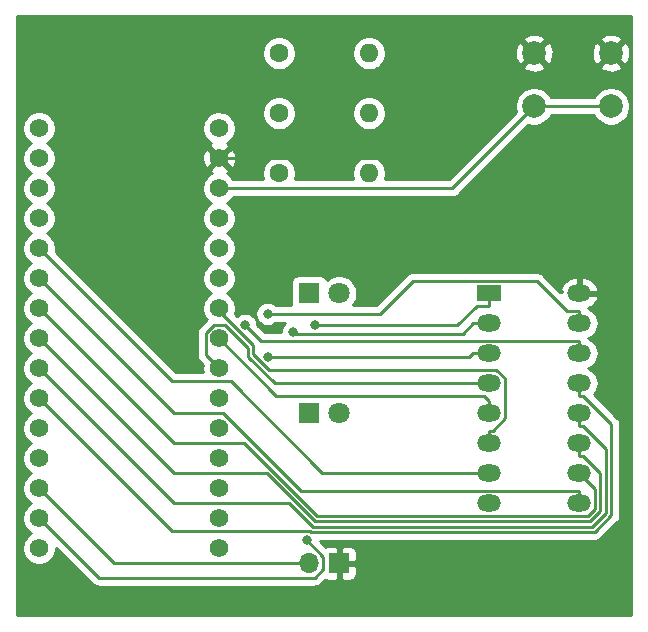
<source format=gbl>
G04 #@! TF.GenerationSoftware,KiCad,Pcbnew,5.1.6-c6e7f7d~87~ubuntu18.04.1*
G04 #@! TF.CreationDate,2020-08-20T21:19:03-03:00*
G04 #@! TF.ProjectId,dram-tester,6472616d-2d74-4657-9374-65722e6b6963,rev?*
G04 #@! TF.SameCoordinates,Original*
G04 #@! TF.FileFunction,Copper,L2,Bot*
G04 #@! TF.FilePolarity,Positive*
%FSLAX46Y46*%
G04 Gerber Fmt 4.6, Leading zero omitted, Abs format (unit mm)*
G04 Created by KiCad (PCBNEW 5.1.6-c6e7f7d~87~ubuntu18.04.1) date 2020-08-20 21:19:03*
%MOMM*%
%LPD*%
G01*
G04 APERTURE LIST*
G04 #@! TA.AperFunction,ComponentPad*
%ADD10C,2.000000*%
G04 #@! TD*
G04 #@! TA.AperFunction,ComponentPad*
%ADD11R,1.700000X1.700000*%
G04 #@! TD*
G04 #@! TA.AperFunction,ComponentPad*
%ADD12O,1.700000X1.700000*%
G04 #@! TD*
G04 #@! TA.AperFunction,ComponentPad*
%ADD13R,1.800000X1.800000*%
G04 #@! TD*
G04 #@! TA.AperFunction,ComponentPad*
%ADD14C,1.800000*%
G04 #@! TD*
G04 #@! TA.AperFunction,ComponentPad*
%ADD15C,1.600000*%
G04 #@! TD*
G04 #@! TA.AperFunction,ComponentPad*
%ADD16O,1.600000X1.600000*%
G04 #@! TD*
G04 #@! TA.AperFunction,ComponentPad*
%ADD17O,2.000000X1.440000*%
G04 #@! TD*
G04 #@! TA.AperFunction,ComponentPad*
%ADD18R,2.000000X1.440000*%
G04 #@! TD*
G04 #@! TA.AperFunction,ComponentPad*
%ADD19C,1.574800*%
G04 #@! TD*
G04 #@! TA.AperFunction,ViaPad*
%ADD20C,0.800000*%
G04 #@! TD*
G04 #@! TA.AperFunction,Conductor*
%ADD21C,0.250000*%
G04 #@! TD*
G04 #@! TA.AperFunction,Conductor*
%ADD22C,0.254000*%
G04 #@! TD*
G04 APERTURE END LIST*
D10*
G04 #@! TO.P,SW1,2*
G04 #@! TO.N,Net-(A1-Pad28)*
X171450000Y-43870000D03*
G04 #@! TO.P,SW1,1*
G04 #@! TO.N,Net-(A1-Pad29)*
X171450000Y-39370000D03*
G04 #@! TO.P,SW1,2*
G04 #@! TO.N,Net-(A1-Pad28)*
X177950000Y-43870000D03*
G04 #@! TO.P,SW1,1*
G04 #@! TO.N,Net-(A1-Pad29)*
X177950000Y-39370000D03*
G04 #@! TD*
D11*
G04 #@! TO.P,JP1,1*
G04 #@! TO.N,Net-(A1-Pad29)*
X154940000Y-82550000D03*
D12*
G04 #@! TO.P,JP1,2*
G04 #@! TO.N,Net-(A1-Pad13)*
X152400000Y-82550000D03*
G04 #@! TD*
D13*
G04 #@! TO.P,D2,1*
G04 #@! TO.N,Net-(A1-Pad15)*
X152400000Y-59690000D03*
D14*
G04 #@! TO.P,D2,2*
G04 #@! TO.N,Net-(D2-Pad2)*
X154940000Y-59690000D03*
G04 #@! TD*
D13*
G04 #@! TO.P,D1,1*
G04 #@! TO.N,Net-(A1-Pad14)*
X152400000Y-69850000D03*
D14*
G04 #@! TO.P,D1,2*
G04 #@! TO.N,Net-(D1-Pad2)*
X154940000Y-69850000D03*
G04 #@! TD*
D15*
G04 #@! TO.P,R3,1*
G04 #@! TO.N,Net-(A1-Pad27)*
X149860000Y-39370000D03*
D16*
G04 #@! TO.P,R3,2*
G04 #@! TO.N,Net-(D2-Pad2)*
X157480000Y-39370000D03*
G04 #@! TD*
D15*
G04 #@! TO.P,R2,1*
G04 #@! TO.N,Net-(A1-Pad27)*
X149860000Y-44450000D03*
D16*
G04 #@! TO.P,R2,2*
G04 #@! TO.N,Net-(D1-Pad2)*
X157480000Y-44450000D03*
G04 #@! TD*
D15*
G04 #@! TO.P,R1,1*
G04 #@! TO.N,Net-(A1-Pad27)*
X149860000Y-49530000D03*
D16*
G04 #@! TO.P,R1,2*
G04 #@! TO.N,Net-(A1-Pad13)*
X157480000Y-49530000D03*
G04 #@! TD*
D17*
G04 #@! TO.P,J1,9*
G04 #@! TO.N,Net-(A1-Pad6)*
X175260000Y-77470000D03*
G04 #@! TO.P,J1,8*
G04 #@! TO.N,Net-(A1-Pad27)*
X167640000Y-77470000D03*
G04 #@! TO.P,J1,10*
G04 #@! TO.N,Net-(A1-Pad7)*
X175260000Y-74930000D03*
G04 #@! TO.P,J1,7*
G04 #@! TO.N,Net-(A1-Pad5)*
X167640000Y-74930000D03*
G04 #@! TO.P,J1,11*
G04 #@! TO.N,Net-(A1-Pad8)*
X175260000Y-72390000D03*
G04 #@! TO.P,J1,6*
G04 #@! TO.N,Net-(A1-Pad24)*
X167640000Y-72390000D03*
G04 #@! TO.P,J1,12*
G04 #@! TO.N,Net-(A1-Pad9)*
X175260000Y-69850000D03*
G04 #@! TO.P,J1,5*
G04 #@! TO.N,Net-(A1-Pad23)*
X167640000Y-69850000D03*
G04 #@! TO.P,J1,13*
G04 #@! TO.N,Net-(A1-Pad10)*
X175260000Y-67310000D03*
G04 #@! TO.P,J1,4*
G04 #@! TO.N,Net-(A1-Pad22)*
X167640000Y-67310000D03*
G04 #@! TO.P,J1,14*
G04 #@! TO.N,Net-(A1-Pad11)*
X175260000Y-64770000D03*
G04 #@! TO.P,J1,3*
G04 #@! TO.N,Net-(A1-Pad21)*
X167640000Y-64770000D03*
G04 #@! TO.P,J1,15*
G04 #@! TO.N,Net-(A1-Pad12)*
X175260000Y-62230000D03*
G04 #@! TO.P,J1,2*
G04 #@! TO.N,Net-(A1-Pad20)*
X167640000Y-62230000D03*
G04 #@! TO.P,J1,16*
G04 #@! TO.N,Net-(A1-Pad29)*
X175260000Y-59690000D03*
D18*
G04 #@! TO.P,J1,1*
G04 #@! TO.N,Net-(A1-Pad19)*
X167640000Y-59690000D03*
G04 #@! TD*
D19*
G04 #@! TO.P,A1,15*
G04 #@! TO.N,Net-(A1-Pad15)*
X129540000Y-81280000D03*
G04 #@! TO.P,A1,16*
G04 #@! TO.N,N/C*
X144780000Y-81280000D03*
G04 #@! TO.P,A1,14*
G04 #@! TO.N,Net-(A1-Pad14)*
X129540000Y-78740000D03*
G04 #@! TO.P,A1,17*
G04 #@! TO.N,N/C*
X144780000Y-78740000D03*
G04 #@! TO.P,A1,13*
G04 #@! TO.N,Net-(A1-Pad13)*
X129540000Y-76200000D03*
G04 #@! TO.P,A1,18*
G04 #@! TO.N,N/C*
X144780000Y-76200000D03*
G04 #@! TO.P,A1,12*
G04 #@! TO.N,Net-(A1-Pad12)*
X129540000Y-73660000D03*
G04 #@! TO.P,A1,19*
G04 #@! TO.N,Net-(A1-Pad19)*
X144780000Y-73660000D03*
G04 #@! TO.P,A1,11*
G04 #@! TO.N,Net-(A1-Pad11)*
X129540000Y-71120000D03*
G04 #@! TO.P,A1,20*
G04 #@! TO.N,Net-(A1-Pad20)*
X144780000Y-71120000D03*
G04 #@! TO.P,A1,10*
G04 #@! TO.N,Net-(A1-Pad10)*
X129540000Y-68580000D03*
G04 #@! TO.P,A1,21*
G04 #@! TO.N,Net-(A1-Pad21)*
X144780000Y-68580000D03*
G04 #@! TO.P,A1,9*
G04 #@! TO.N,Net-(A1-Pad9)*
X129540000Y-66040000D03*
G04 #@! TO.P,A1,22*
G04 #@! TO.N,Net-(A1-Pad22)*
X144780000Y-66040000D03*
G04 #@! TO.P,A1,8*
G04 #@! TO.N,Net-(A1-Pad8)*
X129540000Y-63500000D03*
G04 #@! TO.P,A1,23*
G04 #@! TO.N,Net-(A1-Pad23)*
X144780000Y-63500000D03*
G04 #@! TO.P,A1,7*
G04 #@! TO.N,Net-(A1-Pad7)*
X129540000Y-60960000D03*
G04 #@! TO.P,A1,24*
G04 #@! TO.N,Net-(A1-Pad24)*
X144780000Y-60960000D03*
G04 #@! TO.P,A1,6*
G04 #@! TO.N,Net-(A1-Pad6)*
X129540000Y-58420000D03*
G04 #@! TO.P,A1,25*
G04 #@! TO.N,N/C*
X144780000Y-58420000D03*
G04 #@! TO.P,A1,5*
G04 #@! TO.N,Net-(A1-Pad5)*
X129540000Y-55880000D03*
G04 #@! TO.P,A1,26*
G04 #@! TO.N,N/C*
X144780000Y-55880000D03*
G04 #@! TO.P,A1,4*
X129540000Y-53340000D03*
G04 #@! TO.P,A1,27*
G04 #@! TO.N,Net-(A1-Pad27)*
X144780000Y-53340000D03*
G04 #@! TO.P,A1,3*
G04 #@! TO.N,N/C*
X129540000Y-50800000D03*
G04 #@! TO.P,A1,28*
G04 #@! TO.N,Net-(A1-Pad28)*
X144780000Y-50800000D03*
G04 #@! TO.P,A1,2*
G04 #@! TO.N,N/C*
X129540000Y-48260000D03*
G04 #@! TO.P,A1,29*
G04 #@! TO.N,Net-(A1-Pad29)*
X144780000Y-48260000D03*
G04 #@! TO.P,A1,1*
G04 #@! TO.N,N/C*
X129540000Y-45720000D03*
G04 #@! TO.P,A1,30*
X144780000Y-45720000D03*
G04 #@! TD*
D20*
G04 #@! TO.N,Net-(A1-Pad14)*
X152176500Y-80586400D03*
G04 #@! TO.N,Net-(A1-Pad12)*
X148874900Y-61428800D03*
G04 #@! TO.N,Net-(A1-Pad19)*
X152927800Y-62411600D03*
G04 #@! TO.N,Net-(A1-Pad11)*
X146986300Y-62387200D03*
G04 #@! TO.N,Net-(A1-Pad20)*
X151019100Y-62997600D03*
G04 #@! TO.N,Net-(A1-Pad21)*
X148957300Y-65118100D03*
G04 #@! TD*
D21*
G04 #@! TO.N,Net-(A1-Pad14)*
X129540000Y-78740000D02*
X134571100Y-83771100D01*
X134571100Y-83771100D02*
X152855300Y-83771100D01*
X152855300Y-83771100D02*
X153575400Y-83051000D01*
X153575400Y-83051000D02*
X153575400Y-81985300D01*
X153575400Y-81985300D02*
X152176500Y-80586400D01*
G04 #@! TO.N,Net-(A1-Pad13)*
X129540000Y-76200000D02*
X135890000Y-82550000D01*
X135890000Y-82550000D02*
X152400000Y-82550000D01*
G04 #@! TO.N,Net-(A1-Pad12)*
X175260000Y-61184700D02*
X174214700Y-61184700D01*
X174214700Y-61184700D02*
X171674600Y-58644600D01*
X171674600Y-58644600D02*
X161170000Y-58644600D01*
X161170000Y-58644600D02*
X158385800Y-61428800D01*
X158385800Y-61428800D02*
X148874900Y-61428800D01*
X175260000Y-62230000D02*
X175260000Y-61184700D01*
G04 #@! TO.N,Net-(A1-Pad19)*
X167640000Y-59690000D02*
X167640000Y-60735300D01*
X152927800Y-62411600D02*
X164918400Y-62411600D01*
X164918400Y-62411600D02*
X166594700Y-60735300D01*
X166594700Y-60735300D02*
X167640000Y-60735300D01*
G04 #@! TO.N,Net-(A1-Pad11)*
X175260000Y-63724700D02*
X148323800Y-63724700D01*
X148323800Y-63724700D02*
X146986300Y-62387200D01*
X175260000Y-64770000D02*
X175260000Y-63724700D01*
G04 #@! TO.N,Net-(A1-Pad20)*
X151019100Y-62997600D02*
X151158400Y-63136900D01*
X151158400Y-63136900D02*
X165407800Y-63136900D01*
X165407800Y-63136900D02*
X166314700Y-62230000D01*
X167640000Y-62230000D02*
X166314700Y-62230000D01*
G04 #@! TO.N,Net-(A1-Pad10)*
X175260000Y-68355300D02*
X175554000Y-68355300D01*
X175554000Y-68355300D02*
X177977800Y-70779100D01*
X177977800Y-70779100D02*
X177977800Y-78492000D01*
X177977800Y-78492000D02*
X176568000Y-79901800D01*
X176568000Y-79901800D02*
X152517700Y-79901800D01*
X152517700Y-79901800D02*
X152477000Y-79861100D01*
X152477000Y-79861100D02*
X140821100Y-79861100D01*
X140821100Y-79861100D02*
X129540000Y-68580000D01*
X175260000Y-67310000D02*
X175260000Y-68355300D01*
G04 #@! TO.N,Net-(A1-Pad21)*
X166314700Y-64770000D02*
X165966600Y-65118100D01*
X165966600Y-65118100D02*
X148957300Y-65118100D01*
X167640000Y-64770000D02*
X166314700Y-64770000D01*
G04 #@! TO.N,Net-(A1-Pad9)*
X175260000Y-69850000D02*
X175260000Y-70895300D01*
X129540000Y-66040000D02*
X140970000Y-77470000D01*
X140970000Y-77470000D02*
X150722800Y-77470000D01*
X150722800Y-77470000D02*
X152704200Y-79451400D01*
X152704200Y-79451400D02*
X176381500Y-79451400D01*
X176381500Y-79451400D02*
X177499900Y-78333000D01*
X177499900Y-78333000D02*
X177499900Y-72841200D01*
X177499900Y-72841200D02*
X175554000Y-70895300D01*
X175554000Y-70895300D02*
X175260000Y-70895300D01*
G04 #@! TO.N,Net-(A1-Pad22)*
X166314700Y-67310000D02*
X149486300Y-67310000D01*
X149486300Y-67310000D02*
X147224000Y-65047700D01*
X147224000Y-65047700D02*
X147224000Y-64357600D01*
X147224000Y-64357600D02*
X145253500Y-62387100D01*
X145253500Y-62387100D02*
X144312900Y-62387100D01*
X144312900Y-62387100D02*
X143647100Y-63052900D01*
X143647100Y-63052900D02*
X143647100Y-64907100D01*
X143647100Y-64907100D02*
X144780000Y-66040000D01*
X167640000Y-67310000D02*
X166314700Y-67310000D01*
G04 #@! TO.N,Net-(A1-Pad8)*
X129540000Y-63500000D02*
X140970000Y-74930000D01*
X140970000Y-74930000D02*
X148819700Y-74930000D01*
X148819700Y-74930000D02*
X152868900Y-78979200D01*
X152868900Y-78979200D02*
X176191500Y-78979200D01*
X176191500Y-78979200D02*
X177048700Y-78122000D01*
X177048700Y-78122000D02*
X177048700Y-74930000D01*
X177048700Y-74930000D02*
X175554000Y-73435300D01*
X175554000Y-73435300D02*
X175260000Y-73435300D01*
X175260000Y-72390000D02*
X175260000Y-73435300D01*
G04 #@! TO.N,Net-(A1-Pad23)*
X167640000Y-69850000D02*
X167640000Y-68804700D01*
X144780000Y-63500000D02*
X149635400Y-68355400D01*
X149635400Y-68355400D02*
X167190700Y-68355400D01*
X167190700Y-68355400D02*
X167640000Y-68804700D01*
G04 #@! TO.N,Net-(A1-Pad7)*
X129540000Y-60960000D02*
X140970000Y-72390000D01*
X140970000Y-72390000D02*
X146916600Y-72390000D01*
X146916600Y-72390000D02*
X153055400Y-78528800D01*
X153055400Y-78528800D02*
X176005000Y-78528800D01*
X176005000Y-78528800D02*
X176585400Y-77948400D01*
X176585400Y-77948400D02*
X176585400Y-76255400D01*
X176585400Y-76255400D02*
X175260000Y-74930000D01*
G04 #@! TO.N,Net-(A1-Pad24)*
X144780000Y-60960000D02*
X144780000Y-61206600D01*
X144780000Y-61206600D02*
X147674300Y-64100900D01*
X147674300Y-64100900D02*
X147674300Y-64861000D01*
X147674300Y-64861000D02*
X148979800Y-66166500D01*
X148979800Y-66166500D02*
X168261600Y-66166500D01*
X168261600Y-66166500D02*
X168993600Y-66898500D01*
X168993600Y-66898500D02*
X168993600Y-70285100D01*
X168993600Y-70285100D02*
X167934000Y-71344700D01*
X167934000Y-71344700D02*
X167640000Y-71344700D01*
X167640000Y-72390000D02*
X167640000Y-71344700D01*
G04 #@! TO.N,Net-(A1-Pad6)*
X129540000Y-58420000D02*
X140970000Y-69850000D01*
X140970000Y-69850000D02*
X145108800Y-69850000D01*
X145108800Y-69850000D02*
X151683500Y-76424700D01*
X151683500Y-76424700D02*
X175260000Y-76424700D01*
X175260000Y-77470000D02*
X175260000Y-76424700D01*
G04 #@! TO.N,Net-(A1-Pad5)*
X129540000Y-55880000D02*
X140812800Y-67152800D01*
X140812800Y-67152800D02*
X145744600Y-67152800D01*
X145744600Y-67152800D02*
X153521800Y-74930000D01*
X153521800Y-74930000D02*
X167640000Y-74930000D01*
G04 #@! TO.N,Net-(A1-Pad28)*
X177950000Y-43870000D02*
X171450000Y-43870000D01*
X144780000Y-50800000D02*
X164520000Y-50800000D01*
X164520000Y-50800000D02*
X171450000Y-43870000D01*
G04 #@! TO.N,Net-(A1-Pad29)*
X171450000Y-39370000D02*
X162560000Y-48260000D01*
X162560000Y-48260000D02*
X144780000Y-48260000D01*
G04 #@! TD*
D22*
G04 #@! TO.N,Net-(A1-Pad29)*
G36*
X179680001Y-86970000D02*
G01*
X127660000Y-86970000D01*
X127660000Y-45579906D01*
X128117600Y-45579906D01*
X128117600Y-45860094D01*
X128172262Y-46134899D01*
X128279486Y-46393759D01*
X128435150Y-46626727D01*
X128633273Y-46824850D01*
X128866241Y-46980514D01*
X128889142Y-46990000D01*
X128866241Y-46999486D01*
X128633273Y-47155150D01*
X128435150Y-47353273D01*
X128279486Y-47586241D01*
X128172262Y-47845101D01*
X128117600Y-48119906D01*
X128117600Y-48400094D01*
X128172262Y-48674899D01*
X128279486Y-48933759D01*
X128435150Y-49166727D01*
X128633273Y-49364850D01*
X128866241Y-49520514D01*
X128889142Y-49530000D01*
X128866241Y-49539486D01*
X128633273Y-49695150D01*
X128435150Y-49893273D01*
X128279486Y-50126241D01*
X128172262Y-50385101D01*
X128117600Y-50659906D01*
X128117600Y-50940094D01*
X128172262Y-51214899D01*
X128279486Y-51473759D01*
X128435150Y-51706727D01*
X128633273Y-51904850D01*
X128866241Y-52060514D01*
X128889142Y-52070000D01*
X128866241Y-52079486D01*
X128633273Y-52235150D01*
X128435150Y-52433273D01*
X128279486Y-52666241D01*
X128172262Y-52925101D01*
X128117600Y-53199906D01*
X128117600Y-53480094D01*
X128172262Y-53754899D01*
X128279486Y-54013759D01*
X128435150Y-54246727D01*
X128633273Y-54444850D01*
X128866241Y-54600514D01*
X128889142Y-54610000D01*
X128866241Y-54619486D01*
X128633273Y-54775150D01*
X128435150Y-54973273D01*
X128279486Y-55206241D01*
X128172262Y-55465101D01*
X128117600Y-55739906D01*
X128117600Y-56020094D01*
X128172262Y-56294899D01*
X128279486Y-56553759D01*
X128435150Y-56786727D01*
X128633273Y-56984850D01*
X128866241Y-57140514D01*
X128889142Y-57150000D01*
X128866241Y-57159486D01*
X128633273Y-57315150D01*
X128435150Y-57513273D01*
X128279486Y-57746241D01*
X128172262Y-58005101D01*
X128117600Y-58279906D01*
X128117600Y-58560094D01*
X128172262Y-58834899D01*
X128279486Y-59093759D01*
X128435150Y-59326727D01*
X128633273Y-59524850D01*
X128866241Y-59680514D01*
X128889142Y-59690000D01*
X128866241Y-59699486D01*
X128633273Y-59855150D01*
X128435150Y-60053273D01*
X128279486Y-60286241D01*
X128172262Y-60545101D01*
X128117600Y-60819906D01*
X128117600Y-61100094D01*
X128172262Y-61374899D01*
X128279486Y-61633759D01*
X128435150Y-61866727D01*
X128633273Y-62064850D01*
X128866241Y-62220514D01*
X128889142Y-62230000D01*
X128866241Y-62239486D01*
X128633273Y-62395150D01*
X128435150Y-62593273D01*
X128279486Y-62826241D01*
X128172262Y-63085101D01*
X128117600Y-63359906D01*
X128117600Y-63640094D01*
X128172262Y-63914899D01*
X128279486Y-64173759D01*
X128435150Y-64406727D01*
X128633273Y-64604850D01*
X128866241Y-64760514D01*
X128889142Y-64770000D01*
X128866241Y-64779486D01*
X128633273Y-64935150D01*
X128435150Y-65133273D01*
X128279486Y-65366241D01*
X128172262Y-65625101D01*
X128117600Y-65899906D01*
X128117600Y-66180094D01*
X128172262Y-66454899D01*
X128279486Y-66713759D01*
X128435150Y-66946727D01*
X128633273Y-67144850D01*
X128866241Y-67300514D01*
X128889142Y-67310000D01*
X128866241Y-67319486D01*
X128633273Y-67475150D01*
X128435150Y-67673273D01*
X128279486Y-67906241D01*
X128172262Y-68165101D01*
X128117600Y-68439906D01*
X128117600Y-68720094D01*
X128172262Y-68994899D01*
X128279486Y-69253759D01*
X128435150Y-69486727D01*
X128633273Y-69684850D01*
X128866241Y-69840514D01*
X128889142Y-69850000D01*
X128866241Y-69859486D01*
X128633273Y-70015150D01*
X128435150Y-70213273D01*
X128279486Y-70446241D01*
X128172262Y-70705101D01*
X128117600Y-70979906D01*
X128117600Y-71260094D01*
X128172262Y-71534899D01*
X128279486Y-71793759D01*
X128435150Y-72026727D01*
X128633273Y-72224850D01*
X128866241Y-72380514D01*
X128889142Y-72390000D01*
X128866241Y-72399486D01*
X128633273Y-72555150D01*
X128435150Y-72753273D01*
X128279486Y-72986241D01*
X128172262Y-73245101D01*
X128117600Y-73519906D01*
X128117600Y-73800094D01*
X128172262Y-74074899D01*
X128279486Y-74333759D01*
X128435150Y-74566727D01*
X128633273Y-74764850D01*
X128866241Y-74920514D01*
X128889142Y-74930000D01*
X128866241Y-74939486D01*
X128633273Y-75095150D01*
X128435150Y-75293273D01*
X128279486Y-75526241D01*
X128172262Y-75785101D01*
X128117600Y-76059906D01*
X128117600Y-76340094D01*
X128172262Y-76614899D01*
X128279486Y-76873759D01*
X128435150Y-77106727D01*
X128633273Y-77304850D01*
X128866241Y-77460514D01*
X128889142Y-77470000D01*
X128866241Y-77479486D01*
X128633273Y-77635150D01*
X128435150Y-77833273D01*
X128279486Y-78066241D01*
X128172262Y-78325101D01*
X128117600Y-78599906D01*
X128117600Y-78880094D01*
X128172262Y-79154899D01*
X128279486Y-79413759D01*
X128435150Y-79646727D01*
X128633273Y-79844850D01*
X128866241Y-80000514D01*
X128889142Y-80010000D01*
X128866241Y-80019486D01*
X128633273Y-80175150D01*
X128435150Y-80373273D01*
X128279486Y-80606241D01*
X128172262Y-80865101D01*
X128117600Y-81139906D01*
X128117600Y-81420094D01*
X128172262Y-81694899D01*
X128279486Y-81953759D01*
X128435150Y-82186727D01*
X128633273Y-82384850D01*
X128866241Y-82540514D01*
X129125101Y-82647738D01*
X129399906Y-82702400D01*
X129680094Y-82702400D01*
X129954899Y-82647738D01*
X130213759Y-82540514D01*
X130446727Y-82384850D01*
X130644850Y-82186727D01*
X130800514Y-81953759D01*
X130907738Y-81694899D01*
X130962400Y-81420094D01*
X130962400Y-81237201D01*
X134007301Y-84282103D01*
X134031099Y-84311101D01*
X134146824Y-84406074D01*
X134278853Y-84476646D01*
X134422114Y-84520103D01*
X134533767Y-84531100D01*
X134533777Y-84531100D01*
X134571100Y-84534776D01*
X134608423Y-84531100D01*
X152817978Y-84531100D01*
X152855300Y-84534776D01*
X152892622Y-84531100D01*
X152892633Y-84531100D01*
X153004286Y-84520103D01*
X153147547Y-84476646D01*
X153279576Y-84406074D01*
X153395301Y-84311101D01*
X153419103Y-84282098D01*
X153758418Y-83942784D01*
X153845820Y-83989502D01*
X153965518Y-84025812D01*
X154090000Y-84038072D01*
X154654250Y-84035000D01*
X154813000Y-83876250D01*
X154813000Y-82677000D01*
X155067000Y-82677000D01*
X155067000Y-83876250D01*
X155225750Y-84035000D01*
X155790000Y-84038072D01*
X155914482Y-84025812D01*
X156034180Y-83989502D01*
X156144494Y-83930537D01*
X156241185Y-83851185D01*
X156320537Y-83754494D01*
X156379502Y-83644180D01*
X156415812Y-83524482D01*
X156428072Y-83400000D01*
X156425000Y-82835750D01*
X156266250Y-82677000D01*
X155067000Y-82677000D01*
X154813000Y-82677000D01*
X154793000Y-82677000D01*
X154793000Y-82423000D01*
X154813000Y-82423000D01*
X154813000Y-81223750D01*
X155067000Y-81223750D01*
X155067000Y-82423000D01*
X156266250Y-82423000D01*
X156425000Y-82264250D01*
X156428072Y-81700000D01*
X156415812Y-81575518D01*
X156379502Y-81455820D01*
X156320537Y-81345506D01*
X156241185Y-81248815D01*
X156144494Y-81169463D01*
X156034180Y-81110498D01*
X155914482Y-81074188D01*
X155790000Y-81061928D01*
X155225750Y-81065000D01*
X155067000Y-81223750D01*
X154813000Y-81223750D01*
X154654250Y-81065000D01*
X154090000Y-81061928D01*
X153965518Y-81074188D01*
X153845820Y-81110498D01*
X153799929Y-81135027D01*
X153326701Y-80661800D01*
X176530678Y-80661800D01*
X176568000Y-80665476D01*
X176605322Y-80661800D01*
X176605333Y-80661800D01*
X176716986Y-80650803D01*
X176860247Y-80607346D01*
X176992276Y-80536774D01*
X177108001Y-80441801D01*
X177131804Y-80412797D01*
X178488803Y-79055799D01*
X178517801Y-79032001D01*
X178612774Y-78916276D01*
X178683346Y-78784247D01*
X178726803Y-78640986D01*
X178737800Y-78529333D01*
X178737800Y-78529324D01*
X178741476Y-78492001D01*
X178737800Y-78454678D01*
X178737800Y-70816423D01*
X178741476Y-70779100D01*
X178737800Y-70741777D01*
X178737800Y-70741767D01*
X178726803Y-70630114D01*
X178683346Y-70486853D01*
X178612774Y-70354824D01*
X178517801Y-70239099D01*
X178488804Y-70215302D01*
X176522373Y-68248872D01*
X176672092Y-68066440D01*
X176797914Y-67831045D01*
X176875394Y-67575626D01*
X176901556Y-67310000D01*
X176875394Y-67044374D01*
X176797914Y-66788955D01*
X176672092Y-66553560D01*
X176502765Y-66347235D01*
X176296440Y-66177908D01*
X176061045Y-66052086D01*
X176021203Y-66040000D01*
X176061045Y-66027914D01*
X176296440Y-65902092D01*
X176502765Y-65732765D01*
X176672092Y-65526440D01*
X176797914Y-65291045D01*
X176875394Y-65035626D01*
X176901556Y-64770000D01*
X176875394Y-64504374D01*
X176797914Y-64248955D01*
X176672092Y-64013560D01*
X176502765Y-63807235D01*
X176296440Y-63637908D01*
X176061045Y-63512086D01*
X176021203Y-63500000D01*
X176061045Y-63487914D01*
X176296440Y-63362092D01*
X176502765Y-63192765D01*
X176672092Y-62986440D01*
X176797914Y-62751045D01*
X176875394Y-62495626D01*
X176901556Y-62230000D01*
X176875394Y-61964374D01*
X176797914Y-61708955D01*
X176672092Y-61473560D01*
X176502765Y-61267235D01*
X176296440Y-61097908D01*
X176061045Y-60972086D01*
X176016241Y-60958495D01*
X176175869Y-60893256D01*
X176398395Y-60746084D01*
X176587933Y-60558327D01*
X176737199Y-60337201D01*
X176840458Y-60091203D01*
X176852559Y-60026472D01*
X176729489Y-59817000D01*
X175387000Y-59817000D01*
X175387000Y-59837000D01*
X175133000Y-59837000D01*
X175133000Y-59817000D01*
X175113000Y-59817000D01*
X175113000Y-59563000D01*
X175133000Y-59563000D01*
X175133000Y-58335000D01*
X175387000Y-58335000D01*
X175387000Y-59563000D01*
X176729489Y-59563000D01*
X176852559Y-59353528D01*
X176840458Y-59288797D01*
X176737199Y-59042799D01*
X176587933Y-58821673D01*
X176398395Y-58633916D01*
X176175869Y-58486744D01*
X175928907Y-58385812D01*
X175667000Y-58335000D01*
X175387000Y-58335000D01*
X175133000Y-58335000D01*
X174853000Y-58335000D01*
X174591093Y-58385812D01*
X174344131Y-58486744D01*
X174121605Y-58633916D01*
X173932067Y-58821673D01*
X173782801Y-59042799D01*
X173679542Y-59288797D01*
X173667441Y-59353528D01*
X173790510Y-59562998D01*
X173667800Y-59562998D01*
X172238404Y-58133603D01*
X172214601Y-58104599D01*
X172098876Y-58009626D01*
X171966847Y-57939054D01*
X171823586Y-57895597D01*
X171711933Y-57884600D01*
X171711922Y-57884600D01*
X171674600Y-57880924D01*
X171637278Y-57884600D01*
X161207322Y-57884600D01*
X161169999Y-57880924D01*
X161132676Y-57884600D01*
X161132667Y-57884600D01*
X161021014Y-57895597D01*
X160877753Y-57939054D01*
X160745724Y-58009626D01*
X160745722Y-58009627D01*
X160745723Y-58009627D01*
X160658996Y-58080801D01*
X160658992Y-58080805D01*
X160629999Y-58104599D01*
X160606205Y-58133592D01*
X158070999Y-60668800D01*
X156132017Y-60668800D01*
X156132312Y-60668505D01*
X156300299Y-60417095D01*
X156416011Y-60137743D01*
X156475000Y-59841184D01*
X156475000Y-59538816D01*
X156416011Y-59242257D01*
X156300299Y-58962905D01*
X156132312Y-58711495D01*
X155918505Y-58497688D01*
X155667095Y-58329701D01*
X155387743Y-58213989D01*
X155091184Y-58155000D01*
X154788816Y-58155000D01*
X154492257Y-58213989D01*
X154212905Y-58329701D01*
X153961495Y-58497688D01*
X153895056Y-58564127D01*
X153889502Y-58545820D01*
X153830537Y-58435506D01*
X153751185Y-58338815D01*
X153654494Y-58259463D01*
X153544180Y-58200498D01*
X153424482Y-58164188D01*
X153300000Y-58151928D01*
X151500000Y-58151928D01*
X151375518Y-58164188D01*
X151255820Y-58200498D01*
X151145506Y-58259463D01*
X151048815Y-58338815D01*
X150969463Y-58435506D01*
X150910498Y-58545820D01*
X150874188Y-58665518D01*
X150861928Y-58790000D01*
X150861928Y-60590000D01*
X150869689Y-60668800D01*
X149578611Y-60668800D01*
X149534674Y-60624863D01*
X149365156Y-60511595D01*
X149176798Y-60433574D01*
X148976839Y-60393800D01*
X148772961Y-60393800D01*
X148573002Y-60433574D01*
X148384644Y-60511595D01*
X148215126Y-60624863D01*
X148070963Y-60769026D01*
X147957695Y-60938544D01*
X147879674Y-61126902D01*
X147839900Y-61326861D01*
X147839900Y-61530739D01*
X147879674Y-61730698D01*
X147957695Y-61919056D01*
X148070963Y-62088574D01*
X148215126Y-62232737D01*
X148384644Y-62346005D01*
X148573002Y-62424026D01*
X148772961Y-62463800D01*
X148976839Y-62463800D01*
X149176798Y-62424026D01*
X149365156Y-62346005D01*
X149534674Y-62232737D01*
X149578611Y-62188800D01*
X150366604Y-62188800D01*
X150359326Y-62193663D01*
X150215163Y-62337826D01*
X150101895Y-62507344D01*
X150023874Y-62695702D01*
X149984100Y-62895661D01*
X149984100Y-62964700D01*
X148638602Y-62964700D01*
X148021300Y-62347399D01*
X148021300Y-62285261D01*
X147981526Y-62085302D01*
X147903505Y-61896944D01*
X147790237Y-61727426D01*
X147646074Y-61583263D01*
X147476556Y-61469995D01*
X147288198Y-61391974D01*
X147088239Y-61352200D01*
X146884361Y-61352200D01*
X146684402Y-61391974D01*
X146496044Y-61469995D01*
X146326526Y-61583263D01*
X146278995Y-61630794D01*
X146111232Y-61463031D01*
X146147738Y-61374899D01*
X146202400Y-61100094D01*
X146202400Y-60819906D01*
X146147738Y-60545101D01*
X146040514Y-60286241D01*
X145884850Y-60053273D01*
X145686727Y-59855150D01*
X145453759Y-59699486D01*
X145430858Y-59690000D01*
X145453759Y-59680514D01*
X145686727Y-59524850D01*
X145884850Y-59326727D01*
X146040514Y-59093759D01*
X146147738Y-58834899D01*
X146202400Y-58560094D01*
X146202400Y-58279906D01*
X146147738Y-58005101D01*
X146040514Y-57746241D01*
X145884850Y-57513273D01*
X145686727Y-57315150D01*
X145453759Y-57159486D01*
X145430858Y-57150000D01*
X145453759Y-57140514D01*
X145686727Y-56984850D01*
X145884850Y-56786727D01*
X146040514Y-56553759D01*
X146147738Y-56294899D01*
X146202400Y-56020094D01*
X146202400Y-55739906D01*
X146147738Y-55465101D01*
X146040514Y-55206241D01*
X145884850Y-54973273D01*
X145686727Y-54775150D01*
X145453759Y-54619486D01*
X145430858Y-54610000D01*
X145453759Y-54600514D01*
X145686727Y-54444850D01*
X145884850Y-54246727D01*
X146040514Y-54013759D01*
X146147738Y-53754899D01*
X146202400Y-53480094D01*
X146202400Y-53199906D01*
X146147738Y-52925101D01*
X146040514Y-52666241D01*
X145884850Y-52433273D01*
X145686727Y-52235150D01*
X145453759Y-52079486D01*
X145430858Y-52070000D01*
X145453759Y-52060514D01*
X145686727Y-51904850D01*
X145884850Y-51706727D01*
X145982890Y-51560000D01*
X164482678Y-51560000D01*
X164520000Y-51563676D01*
X164557322Y-51560000D01*
X164557333Y-51560000D01*
X164668986Y-51549003D01*
X164812247Y-51505546D01*
X164944276Y-51434974D01*
X165060001Y-51340001D01*
X165083804Y-51310997D01*
X170958625Y-45436177D01*
X170973088Y-45442168D01*
X171288967Y-45505000D01*
X171611033Y-45505000D01*
X171926912Y-45442168D01*
X172224463Y-45318918D01*
X172492252Y-45139987D01*
X172719987Y-44912252D01*
X172898918Y-44644463D01*
X172904909Y-44630000D01*
X176495091Y-44630000D01*
X176501082Y-44644463D01*
X176680013Y-44912252D01*
X176907748Y-45139987D01*
X177175537Y-45318918D01*
X177473088Y-45442168D01*
X177788967Y-45505000D01*
X178111033Y-45505000D01*
X178426912Y-45442168D01*
X178724463Y-45318918D01*
X178992252Y-45139987D01*
X179219987Y-44912252D01*
X179398918Y-44644463D01*
X179522168Y-44346912D01*
X179585000Y-44031033D01*
X179585000Y-43708967D01*
X179522168Y-43393088D01*
X179398918Y-43095537D01*
X179219987Y-42827748D01*
X178992252Y-42600013D01*
X178724463Y-42421082D01*
X178426912Y-42297832D01*
X178111033Y-42235000D01*
X177788967Y-42235000D01*
X177473088Y-42297832D01*
X177175537Y-42421082D01*
X176907748Y-42600013D01*
X176680013Y-42827748D01*
X176501082Y-43095537D01*
X176495091Y-43110000D01*
X172904909Y-43110000D01*
X172898918Y-43095537D01*
X172719987Y-42827748D01*
X172492252Y-42600013D01*
X172224463Y-42421082D01*
X171926912Y-42297832D01*
X171611033Y-42235000D01*
X171288967Y-42235000D01*
X170973088Y-42297832D01*
X170675537Y-42421082D01*
X170407748Y-42600013D01*
X170180013Y-42827748D01*
X170001082Y-43095537D01*
X169877832Y-43393088D01*
X169815000Y-43708967D01*
X169815000Y-44031033D01*
X169877832Y-44346912D01*
X169883823Y-44361375D01*
X164205199Y-50040000D01*
X158821983Y-50040000D01*
X158859853Y-49948574D01*
X158915000Y-49671335D01*
X158915000Y-49388665D01*
X158859853Y-49111426D01*
X158751680Y-48850273D01*
X158594637Y-48615241D01*
X158394759Y-48415363D01*
X158159727Y-48258320D01*
X157898574Y-48150147D01*
X157621335Y-48095000D01*
X157338665Y-48095000D01*
X157061426Y-48150147D01*
X156800273Y-48258320D01*
X156565241Y-48415363D01*
X156365363Y-48615241D01*
X156208320Y-48850273D01*
X156100147Y-49111426D01*
X156045000Y-49388665D01*
X156045000Y-49671335D01*
X156100147Y-49948574D01*
X156138017Y-50040000D01*
X151201983Y-50040000D01*
X151239853Y-49948574D01*
X151295000Y-49671335D01*
X151295000Y-49388665D01*
X151239853Y-49111426D01*
X151131680Y-48850273D01*
X150974637Y-48615241D01*
X150774759Y-48415363D01*
X150539727Y-48258320D01*
X150278574Y-48150147D01*
X150001335Y-48095000D01*
X149718665Y-48095000D01*
X149441426Y-48150147D01*
X149180273Y-48258320D01*
X148945241Y-48415363D01*
X148745363Y-48615241D01*
X148588320Y-48850273D01*
X148480147Y-49111426D01*
X148425000Y-49388665D01*
X148425000Y-49671335D01*
X148480147Y-49948574D01*
X148518017Y-50040000D01*
X145982890Y-50040000D01*
X145884850Y-49893273D01*
X145686727Y-49695150D01*
X145453759Y-49539486D01*
X145431755Y-49530372D01*
X145514043Y-49486388D01*
X145584100Y-49243705D01*
X144780000Y-48439605D01*
X143975900Y-49243705D01*
X144045957Y-49486388D01*
X144134028Y-49527976D01*
X144106241Y-49539486D01*
X143873273Y-49695150D01*
X143675150Y-49893273D01*
X143519486Y-50126241D01*
X143412262Y-50385101D01*
X143357600Y-50659906D01*
X143357600Y-50940094D01*
X143412262Y-51214899D01*
X143519486Y-51473759D01*
X143675150Y-51706727D01*
X143873273Y-51904850D01*
X144106241Y-52060514D01*
X144129142Y-52070000D01*
X144106241Y-52079486D01*
X143873273Y-52235150D01*
X143675150Y-52433273D01*
X143519486Y-52666241D01*
X143412262Y-52925101D01*
X143357600Y-53199906D01*
X143357600Y-53480094D01*
X143412262Y-53754899D01*
X143519486Y-54013759D01*
X143675150Y-54246727D01*
X143873273Y-54444850D01*
X144106241Y-54600514D01*
X144129142Y-54610000D01*
X144106241Y-54619486D01*
X143873273Y-54775150D01*
X143675150Y-54973273D01*
X143519486Y-55206241D01*
X143412262Y-55465101D01*
X143357600Y-55739906D01*
X143357600Y-56020094D01*
X143412262Y-56294899D01*
X143519486Y-56553759D01*
X143675150Y-56786727D01*
X143873273Y-56984850D01*
X144106241Y-57140514D01*
X144129142Y-57150000D01*
X144106241Y-57159486D01*
X143873273Y-57315150D01*
X143675150Y-57513273D01*
X143519486Y-57746241D01*
X143412262Y-58005101D01*
X143357600Y-58279906D01*
X143357600Y-58560094D01*
X143412262Y-58834899D01*
X143519486Y-59093759D01*
X143675150Y-59326727D01*
X143873273Y-59524850D01*
X144106241Y-59680514D01*
X144129142Y-59690000D01*
X144106241Y-59699486D01*
X143873273Y-59855150D01*
X143675150Y-60053273D01*
X143519486Y-60286241D01*
X143412262Y-60545101D01*
X143357600Y-60819906D01*
X143357600Y-61100094D01*
X143412262Y-61374899D01*
X143519486Y-61633759D01*
X143675150Y-61866727D01*
X143716810Y-61908387D01*
X143136102Y-62489097D01*
X143107099Y-62512899D01*
X143067964Y-62560586D01*
X143012126Y-62628624D01*
X142985014Y-62679347D01*
X142941554Y-62760654D01*
X142898097Y-62903915D01*
X142887100Y-63015568D01*
X142887100Y-63015578D01*
X142883424Y-63052900D01*
X142887100Y-63090223D01*
X142887101Y-64869768D01*
X142883424Y-64907100D01*
X142887101Y-64944433D01*
X142893558Y-65009986D01*
X142898098Y-65056085D01*
X142941554Y-65199346D01*
X143012126Y-65331376D01*
X143082805Y-65417498D01*
X143107100Y-65447101D01*
X143136098Y-65470899D01*
X143392027Y-65726828D01*
X143357600Y-65899906D01*
X143357600Y-66180094D01*
X143399910Y-66392800D01*
X141127602Y-66392800D01*
X130927973Y-56193172D01*
X130962400Y-56020094D01*
X130962400Y-55739906D01*
X130907738Y-55465101D01*
X130800514Y-55206241D01*
X130644850Y-54973273D01*
X130446727Y-54775150D01*
X130213759Y-54619486D01*
X130190858Y-54610000D01*
X130213759Y-54600514D01*
X130446727Y-54444850D01*
X130644850Y-54246727D01*
X130800514Y-54013759D01*
X130907738Y-53754899D01*
X130962400Y-53480094D01*
X130962400Y-53199906D01*
X130907738Y-52925101D01*
X130800514Y-52666241D01*
X130644850Y-52433273D01*
X130446727Y-52235150D01*
X130213759Y-52079486D01*
X130190858Y-52070000D01*
X130213759Y-52060514D01*
X130446727Y-51904850D01*
X130644850Y-51706727D01*
X130800514Y-51473759D01*
X130907738Y-51214899D01*
X130962400Y-50940094D01*
X130962400Y-50659906D01*
X130907738Y-50385101D01*
X130800514Y-50126241D01*
X130644850Y-49893273D01*
X130446727Y-49695150D01*
X130213759Y-49539486D01*
X130190858Y-49530000D01*
X130213759Y-49520514D01*
X130446727Y-49364850D01*
X130644850Y-49166727D01*
X130800514Y-48933759D01*
X130907738Y-48674899D01*
X130962400Y-48400094D01*
X130962400Y-48331010D01*
X143352483Y-48331010D01*
X143393766Y-48608140D01*
X143488321Y-48871892D01*
X143553612Y-48994043D01*
X143796295Y-49064100D01*
X144600395Y-48260000D01*
X144959605Y-48260000D01*
X145763705Y-49064100D01*
X146006388Y-48994043D01*
X146126028Y-48740682D01*
X146193941Y-48468849D01*
X146207517Y-48188990D01*
X146166234Y-47911860D01*
X146071679Y-47648108D01*
X146006388Y-47525957D01*
X145763705Y-47455900D01*
X144959605Y-48260000D01*
X144600395Y-48260000D01*
X143796295Y-47455900D01*
X143553612Y-47525957D01*
X143433972Y-47779318D01*
X143366059Y-48051151D01*
X143352483Y-48331010D01*
X130962400Y-48331010D01*
X130962400Y-48119906D01*
X130907738Y-47845101D01*
X130800514Y-47586241D01*
X130644850Y-47353273D01*
X130446727Y-47155150D01*
X130213759Y-46999486D01*
X130190858Y-46990000D01*
X130213759Y-46980514D01*
X130446727Y-46824850D01*
X130644850Y-46626727D01*
X130800514Y-46393759D01*
X130907738Y-46134899D01*
X130962400Y-45860094D01*
X130962400Y-45579906D01*
X143357600Y-45579906D01*
X143357600Y-45860094D01*
X143412262Y-46134899D01*
X143519486Y-46393759D01*
X143675150Y-46626727D01*
X143873273Y-46824850D01*
X144106241Y-46980514D01*
X144128245Y-46989628D01*
X144045957Y-47033612D01*
X143975900Y-47276295D01*
X144780000Y-48080395D01*
X145584100Y-47276295D01*
X145514043Y-47033612D01*
X145425972Y-46992024D01*
X145453759Y-46980514D01*
X145686727Y-46824850D01*
X145884850Y-46626727D01*
X146040514Y-46393759D01*
X146147738Y-46134899D01*
X146202400Y-45860094D01*
X146202400Y-45579906D01*
X146147738Y-45305101D01*
X146040514Y-45046241D01*
X145884850Y-44813273D01*
X145686727Y-44615150D01*
X145453759Y-44459486D01*
X145194899Y-44352262D01*
X144975722Y-44308665D01*
X148425000Y-44308665D01*
X148425000Y-44591335D01*
X148480147Y-44868574D01*
X148588320Y-45129727D01*
X148745363Y-45364759D01*
X148945241Y-45564637D01*
X149180273Y-45721680D01*
X149441426Y-45829853D01*
X149718665Y-45885000D01*
X150001335Y-45885000D01*
X150278574Y-45829853D01*
X150539727Y-45721680D01*
X150774759Y-45564637D01*
X150974637Y-45364759D01*
X151131680Y-45129727D01*
X151239853Y-44868574D01*
X151295000Y-44591335D01*
X151295000Y-44308665D01*
X156045000Y-44308665D01*
X156045000Y-44591335D01*
X156100147Y-44868574D01*
X156208320Y-45129727D01*
X156365363Y-45364759D01*
X156565241Y-45564637D01*
X156800273Y-45721680D01*
X157061426Y-45829853D01*
X157338665Y-45885000D01*
X157621335Y-45885000D01*
X157898574Y-45829853D01*
X158159727Y-45721680D01*
X158394759Y-45564637D01*
X158594637Y-45364759D01*
X158751680Y-45129727D01*
X158859853Y-44868574D01*
X158915000Y-44591335D01*
X158915000Y-44308665D01*
X158859853Y-44031426D01*
X158751680Y-43770273D01*
X158594637Y-43535241D01*
X158394759Y-43335363D01*
X158159727Y-43178320D01*
X157898574Y-43070147D01*
X157621335Y-43015000D01*
X157338665Y-43015000D01*
X157061426Y-43070147D01*
X156800273Y-43178320D01*
X156565241Y-43335363D01*
X156365363Y-43535241D01*
X156208320Y-43770273D01*
X156100147Y-44031426D01*
X156045000Y-44308665D01*
X151295000Y-44308665D01*
X151239853Y-44031426D01*
X151131680Y-43770273D01*
X150974637Y-43535241D01*
X150774759Y-43335363D01*
X150539727Y-43178320D01*
X150278574Y-43070147D01*
X150001335Y-43015000D01*
X149718665Y-43015000D01*
X149441426Y-43070147D01*
X149180273Y-43178320D01*
X148945241Y-43335363D01*
X148745363Y-43535241D01*
X148588320Y-43770273D01*
X148480147Y-44031426D01*
X148425000Y-44308665D01*
X144975722Y-44308665D01*
X144920094Y-44297600D01*
X144639906Y-44297600D01*
X144365101Y-44352262D01*
X144106241Y-44459486D01*
X143873273Y-44615150D01*
X143675150Y-44813273D01*
X143519486Y-45046241D01*
X143412262Y-45305101D01*
X143357600Y-45579906D01*
X130962400Y-45579906D01*
X130907738Y-45305101D01*
X130800514Y-45046241D01*
X130644850Y-44813273D01*
X130446727Y-44615150D01*
X130213759Y-44459486D01*
X129954899Y-44352262D01*
X129680094Y-44297600D01*
X129399906Y-44297600D01*
X129125101Y-44352262D01*
X128866241Y-44459486D01*
X128633273Y-44615150D01*
X128435150Y-44813273D01*
X128279486Y-45046241D01*
X128172262Y-45305101D01*
X128117600Y-45579906D01*
X127660000Y-45579906D01*
X127660000Y-39228665D01*
X148425000Y-39228665D01*
X148425000Y-39511335D01*
X148480147Y-39788574D01*
X148588320Y-40049727D01*
X148745363Y-40284759D01*
X148945241Y-40484637D01*
X149180273Y-40641680D01*
X149441426Y-40749853D01*
X149718665Y-40805000D01*
X150001335Y-40805000D01*
X150278574Y-40749853D01*
X150539727Y-40641680D01*
X150774759Y-40484637D01*
X150974637Y-40284759D01*
X151131680Y-40049727D01*
X151239853Y-39788574D01*
X151295000Y-39511335D01*
X151295000Y-39228665D01*
X156045000Y-39228665D01*
X156045000Y-39511335D01*
X156100147Y-39788574D01*
X156208320Y-40049727D01*
X156365363Y-40284759D01*
X156565241Y-40484637D01*
X156800273Y-40641680D01*
X157061426Y-40749853D01*
X157338665Y-40805000D01*
X157621335Y-40805000D01*
X157898574Y-40749853D01*
X158159727Y-40641680D01*
X158363665Y-40505413D01*
X170494192Y-40505413D01*
X170589956Y-40769814D01*
X170879571Y-40910704D01*
X171191108Y-40992384D01*
X171512595Y-41011718D01*
X171831675Y-40967961D01*
X172136088Y-40862795D01*
X172310044Y-40769814D01*
X172405808Y-40505413D01*
X176994192Y-40505413D01*
X177089956Y-40769814D01*
X177379571Y-40910704D01*
X177691108Y-40992384D01*
X178012595Y-41011718D01*
X178331675Y-40967961D01*
X178636088Y-40862795D01*
X178810044Y-40769814D01*
X178905808Y-40505413D01*
X177950000Y-39549605D01*
X176994192Y-40505413D01*
X172405808Y-40505413D01*
X171450000Y-39549605D01*
X170494192Y-40505413D01*
X158363665Y-40505413D01*
X158394759Y-40484637D01*
X158594637Y-40284759D01*
X158751680Y-40049727D01*
X158859853Y-39788574D01*
X158915000Y-39511335D01*
X158915000Y-39432595D01*
X169808282Y-39432595D01*
X169852039Y-39751675D01*
X169957205Y-40056088D01*
X170050186Y-40230044D01*
X170314587Y-40325808D01*
X171270395Y-39370000D01*
X171629605Y-39370000D01*
X172585413Y-40325808D01*
X172849814Y-40230044D01*
X172990704Y-39940429D01*
X173072384Y-39628892D01*
X173084189Y-39432595D01*
X176308282Y-39432595D01*
X176352039Y-39751675D01*
X176457205Y-40056088D01*
X176550186Y-40230044D01*
X176814587Y-40325808D01*
X177770395Y-39370000D01*
X178129605Y-39370000D01*
X179085413Y-40325808D01*
X179349814Y-40230044D01*
X179490704Y-39940429D01*
X179572384Y-39628892D01*
X179591718Y-39307405D01*
X179547961Y-38988325D01*
X179442795Y-38683912D01*
X179349814Y-38509956D01*
X179085413Y-38414192D01*
X178129605Y-39370000D01*
X177770395Y-39370000D01*
X176814587Y-38414192D01*
X176550186Y-38509956D01*
X176409296Y-38799571D01*
X176327616Y-39111108D01*
X176308282Y-39432595D01*
X173084189Y-39432595D01*
X173091718Y-39307405D01*
X173047961Y-38988325D01*
X172942795Y-38683912D01*
X172849814Y-38509956D01*
X172585413Y-38414192D01*
X171629605Y-39370000D01*
X171270395Y-39370000D01*
X170314587Y-38414192D01*
X170050186Y-38509956D01*
X169909296Y-38799571D01*
X169827616Y-39111108D01*
X169808282Y-39432595D01*
X158915000Y-39432595D01*
X158915000Y-39228665D01*
X158859853Y-38951426D01*
X158751680Y-38690273D01*
X158594637Y-38455241D01*
X158394759Y-38255363D01*
X158363666Y-38234587D01*
X170494192Y-38234587D01*
X171450000Y-39190395D01*
X172405808Y-38234587D01*
X176994192Y-38234587D01*
X177950000Y-39190395D01*
X178905808Y-38234587D01*
X178810044Y-37970186D01*
X178520429Y-37829296D01*
X178208892Y-37747616D01*
X177887405Y-37728282D01*
X177568325Y-37772039D01*
X177263912Y-37877205D01*
X177089956Y-37970186D01*
X176994192Y-38234587D01*
X172405808Y-38234587D01*
X172310044Y-37970186D01*
X172020429Y-37829296D01*
X171708892Y-37747616D01*
X171387405Y-37728282D01*
X171068325Y-37772039D01*
X170763912Y-37877205D01*
X170589956Y-37970186D01*
X170494192Y-38234587D01*
X158363666Y-38234587D01*
X158159727Y-38098320D01*
X157898574Y-37990147D01*
X157621335Y-37935000D01*
X157338665Y-37935000D01*
X157061426Y-37990147D01*
X156800273Y-38098320D01*
X156565241Y-38255363D01*
X156365363Y-38455241D01*
X156208320Y-38690273D01*
X156100147Y-38951426D01*
X156045000Y-39228665D01*
X151295000Y-39228665D01*
X151239853Y-38951426D01*
X151131680Y-38690273D01*
X150974637Y-38455241D01*
X150774759Y-38255363D01*
X150539727Y-38098320D01*
X150278574Y-37990147D01*
X150001335Y-37935000D01*
X149718665Y-37935000D01*
X149441426Y-37990147D01*
X149180273Y-38098320D01*
X148945241Y-38255363D01*
X148745363Y-38455241D01*
X148588320Y-38690273D01*
X148480147Y-38951426D01*
X148425000Y-39228665D01*
X127660000Y-39228665D01*
X127660000Y-36220000D01*
X179680000Y-36220000D01*
X179680001Y-86970000D01*
G37*
X179680001Y-86970000D02*
X127660000Y-86970000D01*
X127660000Y-45579906D01*
X128117600Y-45579906D01*
X128117600Y-45860094D01*
X128172262Y-46134899D01*
X128279486Y-46393759D01*
X128435150Y-46626727D01*
X128633273Y-46824850D01*
X128866241Y-46980514D01*
X128889142Y-46990000D01*
X128866241Y-46999486D01*
X128633273Y-47155150D01*
X128435150Y-47353273D01*
X128279486Y-47586241D01*
X128172262Y-47845101D01*
X128117600Y-48119906D01*
X128117600Y-48400094D01*
X128172262Y-48674899D01*
X128279486Y-48933759D01*
X128435150Y-49166727D01*
X128633273Y-49364850D01*
X128866241Y-49520514D01*
X128889142Y-49530000D01*
X128866241Y-49539486D01*
X128633273Y-49695150D01*
X128435150Y-49893273D01*
X128279486Y-50126241D01*
X128172262Y-50385101D01*
X128117600Y-50659906D01*
X128117600Y-50940094D01*
X128172262Y-51214899D01*
X128279486Y-51473759D01*
X128435150Y-51706727D01*
X128633273Y-51904850D01*
X128866241Y-52060514D01*
X128889142Y-52070000D01*
X128866241Y-52079486D01*
X128633273Y-52235150D01*
X128435150Y-52433273D01*
X128279486Y-52666241D01*
X128172262Y-52925101D01*
X128117600Y-53199906D01*
X128117600Y-53480094D01*
X128172262Y-53754899D01*
X128279486Y-54013759D01*
X128435150Y-54246727D01*
X128633273Y-54444850D01*
X128866241Y-54600514D01*
X128889142Y-54610000D01*
X128866241Y-54619486D01*
X128633273Y-54775150D01*
X128435150Y-54973273D01*
X128279486Y-55206241D01*
X128172262Y-55465101D01*
X128117600Y-55739906D01*
X128117600Y-56020094D01*
X128172262Y-56294899D01*
X128279486Y-56553759D01*
X128435150Y-56786727D01*
X128633273Y-56984850D01*
X128866241Y-57140514D01*
X128889142Y-57150000D01*
X128866241Y-57159486D01*
X128633273Y-57315150D01*
X128435150Y-57513273D01*
X128279486Y-57746241D01*
X128172262Y-58005101D01*
X128117600Y-58279906D01*
X128117600Y-58560094D01*
X128172262Y-58834899D01*
X128279486Y-59093759D01*
X128435150Y-59326727D01*
X128633273Y-59524850D01*
X128866241Y-59680514D01*
X128889142Y-59690000D01*
X128866241Y-59699486D01*
X128633273Y-59855150D01*
X128435150Y-60053273D01*
X128279486Y-60286241D01*
X128172262Y-60545101D01*
X128117600Y-60819906D01*
X128117600Y-61100094D01*
X128172262Y-61374899D01*
X128279486Y-61633759D01*
X128435150Y-61866727D01*
X128633273Y-62064850D01*
X128866241Y-62220514D01*
X128889142Y-62230000D01*
X128866241Y-62239486D01*
X128633273Y-62395150D01*
X128435150Y-62593273D01*
X128279486Y-62826241D01*
X128172262Y-63085101D01*
X128117600Y-63359906D01*
X128117600Y-63640094D01*
X128172262Y-63914899D01*
X128279486Y-64173759D01*
X128435150Y-64406727D01*
X128633273Y-64604850D01*
X128866241Y-64760514D01*
X128889142Y-64770000D01*
X128866241Y-64779486D01*
X128633273Y-64935150D01*
X128435150Y-65133273D01*
X128279486Y-65366241D01*
X128172262Y-65625101D01*
X128117600Y-65899906D01*
X128117600Y-66180094D01*
X128172262Y-66454899D01*
X128279486Y-66713759D01*
X128435150Y-66946727D01*
X128633273Y-67144850D01*
X128866241Y-67300514D01*
X128889142Y-67310000D01*
X128866241Y-67319486D01*
X128633273Y-67475150D01*
X128435150Y-67673273D01*
X128279486Y-67906241D01*
X128172262Y-68165101D01*
X128117600Y-68439906D01*
X128117600Y-68720094D01*
X128172262Y-68994899D01*
X128279486Y-69253759D01*
X128435150Y-69486727D01*
X128633273Y-69684850D01*
X128866241Y-69840514D01*
X128889142Y-69850000D01*
X128866241Y-69859486D01*
X128633273Y-70015150D01*
X128435150Y-70213273D01*
X128279486Y-70446241D01*
X128172262Y-70705101D01*
X128117600Y-70979906D01*
X128117600Y-71260094D01*
X128172262Y-71534899D01*
X128279486Y-71793759D01*
X128435150Y-72026727D01*
X128633273Y-72224850D01*
X128866241Y-72380514D01*
X128889142Y-72390000D01*
X128866241Y-72399486D01*
X128633273Y-72555150D01*
X128435150Y-72753273D01*
X128279486Y-72986241D01*
X128172262Y-73245101D01*
X128117600Y-73519906D01*
X128117600Y-73800094D01*
X128172262Y-74074899D01*
X128279486Y-74333759D01*
X128435150Y-74566727D01*
X128633273Y-74764850D01*
X128866241Y-74920514D01*
X128889142Y-74930000D01*
X128866241Y-74939486D01*
X128633273Y-75095150D01*
X128435150Y-75293273D01*
X128279486Y-75526241D01*
X128172262Y-75785101D01*
X128117600Y-76059906D01*
X128117600Y-76340094D01*
X128172262Y-76614899D01*
X128279486Y-76873759D01*
X128435150Y-77106727D01*
X128633273Y-77304850D01*
X128866241Y-77460514D01*
X128889142Y-77470000D01*
X128866241Y-77479486D01*
X128633273Y-77635150D01*
X128435150Y-77833273D01*
X128279486Y-78066241D01*
X128172262Y-78325101D01*
X128117600Y-78599906D01*
X128117600Y-78880094D01*
X128172262Y-79154899D01*
X128279486Y-79413759D01*
X128435150Y-79646727D01*
X128633273Y-79844850D01*
X128866241Y-80000514D01*
X128889142Y-80010000D01*
X128866241Y-80019486D01*
X128633273Y-80175150D01*
X128435150Y-80373273D01*
X128279486Y-80606241D01*
X128172262Y-80865101D01*
X128117600Y-81139906D01*
X128117600Y-81420094D01*
X128172262Y-81694899D01*
X128279486Y-81953759D01*
X128435150Y-82186727D01*
X128633273Y-82384850D01*
X128866241Y-82540514D01*
X129125101Y-82647738D01*
X129399906Y-82702400D01*
X129680094Y-82702400D01*
X129954899Y-82647738D01*
X130213759Y-82540514D01*
X130446727Y-82384850D01*
X130644850Y-82186727D01*
X130800514Y-81953759D01*
X130907738Y-81694899D01*
X130962400Y-81420094D01*
X130962400Y-81237201D01*
X134007301Y-84282103D01*
X134031099Y-84311101D01*
X134146824Y-84406074D01*
X134278853Y-84476646D01*
X134422114Y-84520103D01*
X134533767Y-84531100D01*
X134533777Y-84531100D01*
X134571100Y-84534776D01*
X134608423Y-84531100D01*
X152817978Y-84531100D01*
X152855300Y-84534776D01*
X152892622Y-84531100D01*
X152892633Y-84531100D01*
X153004286Y-84520103D01*
X153147547Y-84476646D01*
X153279576Y-84406074D01*
X153395301Y-84311101D01*
X153419103Y-84282098D01*
X153758418Y-83942784D01*
X153845820Y-83989502D01*
X153965518Y-84025812D01*
X154090000Y-84038072D01*
X154654250Y-84035000D01*
X154813000Y-83876250D01*
X154813000Y-82677000D01*
X155067000Y-82677000D01*
X155067000Y-83876250D01*
X155225750Y-84035000D01*
X155790000Y-84038072D01*
X155914482Y-84025812D01*
X156034180Y-83989502D01*
X156144494Y-83930537D01*
X156241185Y-83851185D01*
X156320537Y-83754494D01*
X156379502Y-83644180D01*
X156415812Y-83524482D01*
X156428072Y-83400000D01*
X156425000Y-82835750D01*
X156266250Y-82677000D01*
X155067000Y-82677000D01*
X154813000Y-82677000D01*
X154793000Y-82677000D01*
X154793000Y-82423000D01*
X154813000Y-82423000D01*
X154813000Y-81223750D01*
X155067000Y-81223750D01*
X155067000Y-82423000D01*
X156266250Y-82423000D01*
X156425000Y-82264250D01*
X156428072Y-81700000D01*
X156415812Y-81575518D01*
X156379502Y-81455820D01*
X156320537Y-81345506D01*
X156241185Y-81248815D01*
X156144494Y-81169463D01*
X156034180Y-81110498D01*
X155914482Y-81074188D01*
X155790000Y-81061928D01*
X155225750Y-81065000D01*
X155067000Y-81223750D01*
X154813000Y-81223750D01*
X154654250Y-81065000D01*
X154090000Y-81061928D01*
X153965518Y-81074188D01*
X153845820Y-81110498D01*
X153799929Y-81135027D01*
X153326701Y-80661800D01*
X176530678Y-80661800D01*
X176568000Y-80665476D01*
X176605322Y-80661800D01*
X176605333Y-80661800D01*
X176716986Y-80650803D01*
X176860247Y-80607346D01*
X176992276Y-80536774D01*
X177108001Y-80441801D01*
X177131804Y-80412797D01*
X178488803Y-79055799D01*
X178517801Y-79032001D01*
X178612774Y-78916276D01*
X178683346Y-78784247D01*
X178726803Y-78640986D01*
X178737800Y-78529333D01*
X178737800Y-78529324D01*
X178741476Y-78492001D01*
X178737800Y-78454678D01*
X178737800Y-70816423D01*
X178741476Y-70779100D01*
X178737800Y-70741777D01*
X178737800Y-70741767D01*
X178726803Y-70630114D01*
X178683346Y-70486853D01*
X178612774Y-70354824D01*
X178517801Y-70239099D01*
X178488804Y-70215302D01*
X176522373Y-68248872D01*
X176672092Y-68066440D01*
X176797914Y-67831045D01*
X176875394Y-67575626D01*
X176901556Y-67310000D01*
X176875394Y-67044374D01*
X176797914Y-66788955D01*
X176672092Y-66553560D01*
X176502765Y-66347235D01*
X176296440Y-66177908D01*
X176061045Y-66052086D01*
X176021203Y-66040000D01*
X176061045Y-66027914D01*
X176296440Y-65902092D01*
X176502765Y-65732765D01*
X176672092Y-65526440D01*
X176797914Y-65291045D01*
X176875394Y-65035626D01*
X176901556Y-64770000D01*
X176875394Y-64504374D01*
X176797914Y-64248955D01*
X176672092Y-64013560D01*
X176502765Y-63807235D01*
X176296440Y-63637908D01*
X176061045Y-63512086D01*
X176021203Y-63500000D01*
X176061045Y-63487914D01*
X176296440Y-63362092D01*
X176502765Y-63192765D01*
X176672092Y-62986440D01*
X176797914Y-62751045D01*
X176875394Y-62495626D01*
X176901556Y-62230000D01*
X176875394Y-61964374D01*
X176797914Y-61708955D01*
X176672092Y-61473560D01*
X176502765Y-61267235D01*
X176296440Y-61097908D01*
X176061045Y-60972086D01*
X176016241Y-60958495D01*
X176175869Y-60893256D01*
X176398395Y-60746084D01*
X176587933Y-60558327D01*
X176737199Y-60337201D01*
X176840458Y-60091203D01*
X176852559Y-60026472D01*
X176729489Y-59817000D01*
X175387000Y-59817000D01*
X175387000Y-59837000D01*
X175133000Y-59837000D01*
X175133000Y-59817000D01*
X175113000Y-59817000D01*
X175113000Y-59563000D01*
X175133000Y-59563000D01*
X175133000Y-58335000D01*
X175387000Y-58335000D01*
X175387000Y-59563000D01*
X176729489Y-59563000D01*
X176852559Y-59353528D01*
X176840458Y-59288797D01*
X176737199Y-59042799D01*
X176587933Y-58821673D01*
X176398395Y-58633916D01*
X176175869Y-58486744D01*
X175928907Y-58385812D01*
X175667000Y-58335000D01*
X175387000Y-58335000D01*
X175133000Y-58335000D01*
X174853000Y-58335000D01*
X174591093Y-58385812D01*
X174344131Y-58486744D01*
X174121605Y-58633916D01*
X173932067Y-58821673D01*
X173782801Y-59042799D01*
X173679542Y-59288797D01*
X173667441Y-59353528D01*
X173790510Y-59562998D01*
X173667800Y-59562998D01*
X172238404Y-58133603D01*
X172214601Y-58104599D01*
X172098876Y-58009626D01*
X171966847Y-57939054D01*
X171823586Y-57895597D01*
X171711933Y-57884600D01*
X171711922Y-57884600D01*
X171674600Y-57880924D01*
X171637278Y-57884600D01*
X161207322Y-57884600D01*
X161169999Y-57880924D01*
X161132676Y-57884600D01*
X161132667Y-57884600D01*
X161021014Y-57895597D01*
X160877753Y-57939054D01*
X160745724Y-58009626D01*
X160745722Y-58009627D01*
X160745723Y-58009627D01*
X160658996Y-58080801D01*
X160658992Y-58080805D01*
X160629999Y-58104599D01*
X160606205Y-58133592D01*
X158070999Y-60668800D01*
X156132017Y-60668800D01*
X156132312Y-60668505D01*
X156300299Y-60417095D01*
X156416011Y-60137743D01*
X156475000Y-59841184D01*
X156475000Y-59538816D01*
X156416011Y-59242257D01*
X156300299Y-58962905D01*
X156132312Y-58711495D01*
X155918505Y-58497688D01*
X155667095Y-58329701D01*
X155387743Y-58213989D01*
X155091184Y-58155000D01*
X154788816Y-58155000D01*
X154492257Y-58213989D01*
X154212905Y-58329701D01*
X153961495Y-58497688D01*
X153895056Y-58564127D01*
X153889502Y-58545820D01*
X153830537Y-58435506D01*
X153751185Y-58338815D01*
X153654494Y-58259463D01*
X153544180Y-58200498D01*
X153424482Y-58164188D01*
X153300000Y-58151928D01*
X151500000Y-58151928D01*
X151375518Y-58164188D01*
X151255820Y-58200498D01*
X151145506Y-58259463D01*
X151048815Y-58338815D01*
X150969463Y-58435506D01*
X150910498Y-58545820D01*
X150874188Y-58665518D01*
X150861928Y-58790000D01*
X150861928Y-60590000D01*
X150869689Y-60668800D01*
X149578611Y-60668800D01*
X149534674Y-60624863D01*
X149365156Y-60511595D01*
X149176798Y-60433574D01*
X148976839Y-60393800D01*
X148772961Y-60393800D01*
X148573002Y-60433574D01*
X148384644Y-60511595D01*
X148215126Y-60624863D01*
X148070963Y-60769026D01*
X147957695Y-60938544D01*
X147879674Y-61126902D01*
X147839900Y-61326861D01*
X147839900Y-61530739D01*
X147879674Y-61730698D01*
X147957695Y-61919056D01*
X148070963Y-62088574D01*
X148215126Y-62232737D01*
X148384644Y-62346005D01*
X148573002Y-62424026D01*
X148772961Y-62463800D01*
X148976839Y-62463800D01*
X149176798Y-62424026D01*
X149365156Y-62346005D01*
X149534674Y-62232737D01*
X149578611Y-62188800D01*
X150366604Y-62188800D01*
X150359326Y-62193663D01*
X150215163Y-62337826D01*
X150101895Y-62507344D01*
X150023874Y-62695702D01*
X149984100Y-62895661D01*
X149984100Y-62964700D01*
X148638602Y-62964700D01*
X148021300Y-62347399D01*
X148021300Y-62285261D01*
X147981526Y-62085302D01*
X147903505Y-61896944D01*
X147790237Y-61727426D01*
X147646074Y-61583263D01*
X147476556Y-61469995D01*
X147288198Y-61391974D01*
X147088239Y-61352200D01*
X146884361Y-61352200D01*
X146684402Y-61391974D01*
X146496044Y-61469995D01*
X146326526Y-61583263D01*
X146278995Y-61630794D01*
X146111232Y-61463031D01*
X146147738Y-61374899D01*
X146202400Y-61100094D01*
X146202400Y-60819906D01*
X146147738Y-60545101D01*
X146040514Y-60286241D01*
X145884850Y-60053273D01*
X145686727Y-59855150D01*
X145453759Y-59699486D01*
X145430858Y-59690000D01*
X145453759Y-59680514D01*
X145686727Y-59524850D01*
X145884850Y-59326727D01*
X146040514Y-59093759D01*
X146147738Y-58834899D01*
X146202400Y-58560094D01*
X146202400Y-58279906D01*
X146147738Y-58005101D01*
X146040514Y-57746241D01*
X145884850Y-57513273D01*
X145686727Y-57315150D01*
X145453759Y-57159486D01*
X145430858Y-57150000D01*
X145453759Y-57140514D01*
X145686727Y-56984850D01*
X145884850Y-56786727D01*
X146040514Y-56553759D01*
X146147738Y-56294899D01*
X146202400Y-56020094D01*
X146202400Y-55739906D01*
X146147738Y-55465101D01*
X146040514Y-55206241D01*
X145884850Y-54973273D01*
X145686727Y-54775150D01*
X145453759Y-54619486D01*
X145430858Y-54610000D01*
X145453759Y-54600514D01*
X145686727Y-54444850D01*
X145884850Y-54246727D01*
X146040514Y-54013759D01*
X146147738Y-53754899D01*
X146202400Y-53480094D01*
X146202400Y-53199906D01*
X146147738Y-52925101D01*
X146040514Y-52666241D01*
X145884850Y-52433273D01*
X145686727Y-52235150D01*
X145453759Y-52079486D01*
X145430858Y-52070000D01*
X145453759Y-52060514D01*
X145686727Y-51904850D01*
X145884850Y-51706727D01*
X145982890Y-51560000D01*
X164482678Y-51560000D01*
X164520000Y-51563676D01*
X164557322Y-51560000D01*
X164557333Y-51560000D01*
X164668986Y-51549003D01*
X164812247Y-51505546D01*
X164944276Y-51434974D01*
X165060001Y-51340001D01*
X165083804Y-51310997D01*
X170958625Y-45436177D01*
X170973088Y-45442168D01*
X171288967Y-45505000D01*
X171611033Y-45505000D01*
X171926912Y-45442168D01*
X172224463Y-45318918D01*
X172492252Y-45139987D01*
X172719987Y-44912252D01*
X172898918Y-44644463D01*
X172904909Y-44630000D01*
X176495091Y-44630000D01*
X176501082Y-44644463D01*
X176680013Y-44912252D01*
X176907748Y-45139987D01*
X177175537Y-45318918D01*
X177473088Y-45442168D01*
X177788967Y-45505000D01*
X178111033Y-45505000D01*
X178426912Y-45442168D01*
X178724463Y-45318918D01*
X178992252Y-45139987D01*
X179219987Y-44912252D01*
X179398918Y-44644463D01*
X179522168Y-44346912D01*
X179585000Y-44031033D01*
X179585000Y-43708967D01*
X179522168Y-43393088D01*
X179398918Y-43095537D01*
X179219987Y-42827748D01*
X178992252Y-42600013D01*
X178724463Y-42421082D01*
X178426912Y-42297832D01*
X178111033Y-42235000D01*
X177788967Y-42235000D01*
X177473088Y-42297832D01*
X177175537Y-42421082D01*
X176907748Y-42600013D01*
X176680013Y-42827748D01*
X176501082Y-43095537D01*
X176495091Y-43110000D01*
X172904909Y-43110000D01*
X172898918Y-43095537D01*
X172719987Y-42827748D01*
X172492252Y-42600013D01*
X172224463Y-42421082D01*
X171926912Y-42297832D01*
X171611033Y-42235000D01*
X171288967Y-42235000D01*
X170973088Y-42297832D01*
X170675537Y-42421082D01*
X170407748Y-42600013D01*
X170180013Y-42827748D01*
X170001082Y-43095537D01*
X169877832Y-43393088D01*
X169815000Y-43708967D01*
X169815000Y-44031033D01*
X169877832Y-44346912D01*
X169883823Y-44361375D01*
X164205199Y-50040000D01*
X158821983Y-50040000D01*
X158859853Y-49948574D01*
X158915000Y-49671335D01*
X158915000Y-49388665D01*
X158859853Y-49111426D01*
X158751680Y-48850273D01*
X158594637Y-48615241D01*
X158394759Y-48415363D01*
X158159727Y-48258320D01*
X157898574Y-48150147D01*
X157621335Y-48095000D01*
X157338665Y-48095000D01*
X157061426Y-48150147D01*
X156800273Y-48258320D01*
X156565241Y-48415363D01*
X156365363Y-48615241D01*
X156208320Y-48850273D01*
X156100147Y-49111426D01*
X156045000Y-49388665D01*
X156045000Y-49671335D01*
X156100147Y-49948574D01*
X156138017Y-50040000D01*
X151201983Y-50040000D01*
X151239853Y-49948574D01*
X151295000Y-49671335D01*
X151295000Y-49388665D01*
X151239853Y-49111426D01*
X151131680Y-48850273D01*
X150974637Y-48615241D01*
X150774759Y-48415363D01*
X150539727Y-48258320D01*
X150278574Y-48150147D01*
X150001335Y-48095000D01*
X149718665Y-48095000D01*
X149441426Y-48150147D01*
X149180273Y-48258320D01*
X148945241Y-48415363D01*
X148745363Y-48615241D01*
X148588320Y-48850273D01*
X148480147Y-49111426D01*
X148425000Y-49388665D01*
X148425000Y-49671335D01*
X148480147Y-49948574D01*
X148518017Y-50040000D01*
X145982890Y-50040000D01*
X145884850Y-49893273D01*
X145686727Y-49695150D01*
X145453759Y-49539486D01*
X145431755Y-49530372D01*
X145514043Y-49486388D01*
X145584100Y-49243705D01*
X144780000Y-48439605D01*
X143975900Y-49243705D01*
X144045957Y-49486388D01*
X144134028Y-49527976D01*
X144106241Y-49539486D01*
X143873273Y-49695150D01*
X143675150Y-49893273D01*
X143519486Y-50126241D01*
X143412262Y-50385101D01*
X143357600Y-50659906D01*
X143357600Y-50940094D01*
X143412262Y-51214899D01*
X143519486Y-51473759D01*
X143675150Y-51706727D01*
X143873273Y-51904850D01*
X144106241Y-52060514D01*
X144129142Y-52070000D01*
X144106241Y-52079486D01*
X143873273Y-52235150D01*
X143675150Y-52433273D01*
X143519486Y-52666241D01*
X143412262Y-52925101D01*
X143357600Y-53199906D01*
X143357600Y-53480094D01*
X143412262Y-53754899D01*
X143519486Y-54013759D01*
X143675150Y-54246727D01*
X143873273Y-54444850D01*
X144106241Y-54600514D01*
X144129142Y-54610000D01*
X144106241Y-54619486D01*
X143873273Y-54775150D01*
X143675150Y-54973273D01*
X143519486Y-55206241D01*
X143412262Y-55465101D01*
X143357600Y-55739906D01*
X143357600Y-56020094D01*
X143412262Y-56294899D01*
X143519486Y-56553759D01*
X143675150Y-56786727D01*
X143873273Y-56984850D01*
X144106241Y-57140514D01*
X144129142Y-57150000D01*
X144106241Y-57159486D01*
X143873273Y-57315150D01*
X143675150Y-57513273D01*
X143519486Y-57746241D01*
X143412262Y-58005101D01*
X143357600Y-58279906D01*
X143357600Y-58560094D01*
X143412262Y-58834899D01*
X143519486Y-59093759D01*
X143675150Y-59326727D01*
X143873273Y-59524850D01*
X144106241Y-59680514D01*
X144129142Y-59690000D01*
X144106241Y-59699486D01*
X143873273Y-59855150D01*
X143675150Y-60053273D01*
X143519486Y-60286241D01*
X143412262Y-60545101D01*
X143357600Y-60819906D01*
X143357600Y-61100094D01*
X143412262Y-61374899D01*
X143519486Y-61633759D01*
X143675150Y-61866727D01*
X143716810Y-61908387D01*
X143136102Y-62489097D01*
X143107099Y-62512899D01*
X143067964Y-62560586D01*
X143012126Y-62628624D01*
X142985014Y-62679347D01*
X142941554Y-62760654D01*
X142898097Y-62903915D01*
X142887100Y-63015568D01*
X142887100Y-63015578D01*
X142883424Y-63052900D01*
X142887100Y-63090223D01*
X142887101Y-64869768D01*
X142883424Y-64907100D01*
X142887101Y-64944433D01*
X142893558Y-65009986D01*
X142898098Y-65056085D01*
X142941554Y-65199346D01*
X143012126Y-65331376D01*
X143082805Y-65417498D01*
X143107100Y-65447101D01*
X143136098Y-65470899D01*
X143392027Y-65726828D01*
X143357600Y-65899906D01*
X143357600Y-66180094D01*
X143399910Y-66392800D01*
X141127602Y-66392800D01*
X130927973Y-56193172D01*
X130962400Y-56020094D01*
X130962400Y-55739906D01*
X130907738Y-55465101D01*
X130800514Y-55206241D01*
X130644850Y-54973273D01*
X130446727Y-54775150D01*
X130213759Y-54619486D01*
X130190858Y-54610000D01*
X130213759Y-54600514D01*
X130446727Y-54444850D01*
X130644850Y-54246727D01*
X130800514Y-54013759D01*
X130907738Y-53754899D01*
X130962400Y-53480094D01*
X130962400Y-53199906D01*
X130907738Y-52925101D01*
X130800514Y-52666241D01*
X130644850Y-52433273D01*
X130446727Y-52235150D01*
X130213759Y-52079486D01*
X130190858Y-52070000D01*
X130213759Y-52060514D01*
X130446727Y-51904850D01*
X130644850Y-51706727D01*
X130800514Y-51473759D01*
X130907738Y-51214899D01*
X130962400Y-50940094D01*
X130962400Y-50659906D01*
X130907738Y-50385101D01*
X130800514Y-50126241D01*
X130644850Y-49893273D01*
X130446727Y-49695150D01*
X130213759Y-49539486D01*
X130190858Y-49530000D01*
X130213759Y-49520514D01*
X130446727Y-49364850D01*
X130644850Y-49166727D01*
X130800514Y-48933759D01*
X130907738Y-48674899D01*
X130962400Y-48400094D01*
X130962400Y-48331010D01*
X143352483Y-48331010D01*
X143393766Y-48608140D01*
X143488321Y-48871892D01*
X143553612Y-48994043D01*
X143796295Y-49064100D01*
X144600395Y-48260000D01*
X144959605Y-48260000D01*
X145763705Y-49064100D01*
X146006388Y-48994043D01*
X146126028Y-48740682D01*
X146193941Y-48468849D01*
X146207517Y-48188990D01*
X146166234Y-47911860D01*
X146071679Y-47648108D01*
X146006388Y-47525957D01*
X145763705Y-47455900D01*
X144959605Y-48260000D01*
X144600395Y-48260000D01*
X143796295Y-47455900D01*
X143553612Y-47525957D01*
X143433972Y-47779318D01*
X143366059Y-48051151D01*
X143352483Y-48331010D01*
X130962400Y-48331010D01*
X130962400Y-48119906D01*
X130907738Y-47845101D01*
X130800514Y-47586241D01*
X130644850Y-47353273D01*
X130446727Y-47155150D01*
X130213759Y-46999486D01*
X130190858Y-46990000D01*
X130213759Y-46980514D01*
X130446727Y-46824850D01*
X130644850Y-46626727D01*
X130800514Y-46393759D01*
X130907738Y-46134899D01*
X130962400Y-45860094D01*
X130962400Y-45579906D01*
X143357600Y-45579906D01*
X143357600Y-45860094D01*
X143412262Y-46134899D01*
X143519486Y-46393759D01*
X143675150Y-46626727D01*
X143873273Y-46824850D01*
X144106241Y-46980514D01*
X144128245Y-46989628D01*
X144045957Y-47033612D01*
X143975900Y-47276295D01*
X144780000Y-48080395D01*
X145584100Y-47276295D01*
X145514043Y-47033612D01*
X145425972Y-46992024D01*
X145453759Y-46980514D01*
X145686727Y-46824850D01*
X145884850Y-46626727D01*
X146040514Y-46393759D01*
X146147738Y-46134899D01*
X146202400Y-45860094D01*
X146202400Y-45579906D01*
X146147738Y-45305101D01*
X146040514Y-45046241D01*
X145884850Y-44813273D01*
X145686727Y-44615150D01*
X145453759Y-44459486D01*
X145194899Y-44352262D01*
X144975722Y-44308665D01*
X148425000Y-44308665D01*
X148425000Y-44591335D01*
X148480147Y-44868574D01*
X148588320Y-45129727D01*
X148745363Y-45364759D01*
X148945241Y-45564637D01*
X149180273Y-45721680D01*
X149441426Y-45829853D01*
X149718665Y-45885000D01*
X150001335Y-45885000D01*
X150278574Y-45829853D01*
X150539727Y-45721680D01*
X150774759Y-45564637D01*
X150974637Y-45364759D01*
X151131680Y-45129727D01*
X151239853Y-44868574D01*
X151295000Y-44591335D01*
X151295000Y-44308665D01*
X156045000Y-44308665D01*
X156045000Y-44591335D01*
X156100147Y-44868574D01*
X156208320Y-45129727D01*
X156365363Y-45364759D01*
X156565241Y-45564637D01*
X156800273Y-45721680D01*
X157061426Y-45829853D01*
X157338665Y-45885000D01*
X157621335Y-45885000D01*
X157898574Y-45829853D01*
X158159727Y-45721680D01*
X158394759Y-45564637D01*
X158594637Y-45364759D01*
X158751680Y-45129727D01*
X158859853Y-44868574D01*
X158915000Y-44591335D01*
X158915000Y-44308665D01*
X158859853Y-44031426D01*
X158751680Y-43770273D01*
X158594637Y-43535241D01*
X158394759Y-43335363D01*
X158159727Y-43178320D01*
X157898574Y-43070147D01*
X157621335Y-43015000D01*
X157338665Y-43015000D01*
X157061426Y-43070147D01*
X156800273Y-43178320D01*
X156565241Y-43335363D01*
X156365363Y-43535241D01*
X156208320Y-43770273D01*
X156100147Y-44031426D01*
X156045000Y-44308665D01*
X151295000Y-44308665D01*
X151239853Y-44031426D01*
X151131680Y-43770273D01*
X150974637Y-43535241D01*
X150774759Y-43335363D01*
X150539727Y-43178320D01*
X150278574Y-43070147D01*
X150001335Y-43015000D01*
X149718665Y-43015000D01*
X149441426Y-43070147D01*
X149180273Y-43178320D01*
X148945241Y-43335363D01*
X148745363Y-43535241D01*
X148588320Y-43770273D01*
X148480147Y-44031426D01*
X148425000Y-44308665D01*
X144975722Y-44308665D01*
X144920094Y-44297600D01*
X144639906Y-44297600D01*
X144365101Y-44352262D01*
X144106241Y-44459486D01*
X143873273Y-44615150D01*
X143675150Y-44813273D01*
X143519486Y-45046241D01*
X143412262Y-45305101D01*
X143357600Y-45579906D01*
X130962400Y-45579906D01*
X130907738Y-45305101D01*
X130800514Y-45046241D01*
X130644850Y-44813273D01*
X130446727Y-44615150D01*
X130213759Y-44459486D01*
X129954899Y-44352262D01*
X129680094Y-44297600D01*
X129399906Y-44297600D01*
X129125101Y-44352262D01*
X128866241Y-44459486D01*
X128633273Y-44615150D01*
X128435150Y-44813273D01*
X128279486Y-45046241D01*
X128172262Y-45305101D01*
X128117600Y-45579906D01*
X127660000Y-45579906D01*
X127660000Y-39228665D01*
X148425000Y-39228665D01*
X148425000Y-39511335D01*
X148480147Y-39788574D01*
X148588320Y-40049727D01*
X148745363Y-40284759D01*
X148945241Y-40484637D01*
X149180273Y-40641680D01*
X149441426Y-40749853D01*
X149718665Y-40805000D01*
X150001335Y-40805000D01*
X150278574Y-40749853D01*
X150539727Y-40641680D01*
X150774759Y-40484637D01*
X150974637Y-40284759D01*
X151131680Y-40049727D01*
X151239853Y-39788574D01*
X151295000Y-39511335D01*
X151295000Y-39228665D01*
X156045000Y-39228665D01*
X156045000Y-39511335D01*
X156100147Y-39788574D01*
X156208320Y-40049727D01*
X156365363Y-40284759D01*
X156565241Y-40484637D01*
X156800273Y-40641680D01*
X157061426Y-40749853D01*
X157338665Y-40805000D01*
X157621335Y-40805000D01*
X157898574Y-40749853D01*
X158159727Y-40641680D01*
X158363665Y-40505413D01*
X170494192Y-40505413D01*
X170589956Y-40769814D01*
X170879571Y-40910704D01*
X171191108Y-40992384D01*
X171512595Y-41011718D01*
X171831675Y-40967961D01*
X172136088Y-40862795D01*
X172310044Y-40769814D01*
X172405808Y-40505413D01*
X176994192Y-40505413D01*
X177089956Y-40769814D01*
X177379571Y-40910704D01*
X177691108Y-40992384D01*
X178012595Y-41011718D01*
X178331675Y-40967961D01*
X178636088Y-40862795D01*
X178810044Y-40769814D01*
X178905808Y-40505413D01*
X177950000Y-39549605D01*
X176994192Y-40505413D01*
X172405808Y-40505413D01*
X171450000Y-39549605D01*
X170494192Y-40505413D01*
X158363665Y-40505413D01*
X158394759Y-40484637D01*
X158594637Y-40284759D01*
X158751680Y-40049727D01*
X158859853Y-39788574D01*
X158915000Y-39511335D01*
X158915000Y-39432595D01*
X169808282Y-39432595D01*
X169852039Y-39751675D01*
X169957205Y-40056088D01*
X170050186Y-40230044D01*
X170314587Y-40325808D01*
X171270395Y-39370000D01*
X171629605Y-39370000D01*
X172585413Y-40325808D01*
X172849814Y-40230044D01*
X172990704Y-39940429D01*
X173072384Y-39628892D01*
X173084189Y-39432595D01*
X176308282Y-39432595D01*
X176352039Y-39751675D01*
X176457205Y-40056088D01*
X176550186Y-40230044D01*
X176814587Y-40325808D01*
X177770395Y-39370000D01*
X178129605Y-39370000D01*
X179085413Y-40325808D01*
X179349814Y-40230044D01*
X179490704Y-39940429D01*
X179572384Y-39628892D01*
X179591718Y-39307405D01*
X179547961Y-38988325D01*
X179442795Y-38683912D01*
X179349814Y-38509956D01*
X179085413Y-38414192D01*
X178129605Y-39370000D01*
X177770395Y-39370000D01*
X176814587Y-38414192D01*
X176550186Y-38509956D01*
X176409296Y-38799571D01*
X176327616Y-39111108D01*
X176308282Y-39432595D01*
X173084189Y-39432595D01*
X173091718Y-39307405D01*
X173047961Y-38988325D01*
X172942795Y-38683912D01*
X172849814Y-38509956D01*
X172585413Y-38414192D01*
X171629605Y-39370000D01*
X171270395Y-39370000D01*
X170314587Y-38414192D01*
X170050186Y-38509956D01*
X169909296Y-38799571D01*
X169827616Y-39111108D01*
X169808282Y-39432595D01*
X158915000Y-39432595D01*
X158915000Y-39228665D01*
X158859853Y-38951426D01*
X158751680Y-38690273D01*
X158594637Y-38455241D01*
X158394759Y-38255363D01*
X158363666Y-38234587D01*
X170494192Y-38234587D01*
X171450000Y-39190395D01*
X172405808Y-38234587D01*
X176994192Y-38234587D01*
X177950000Y-39190395D01*
X178905808Y-38234587D01*
X178810044Y-37970186D01*
X178520429Y-37829296D01*
X178208892Y-37747616D01*
X177887405Y-37728282D01*
X177568325Y-37772039D01*
X177263912Y-37877205D01*
X177089956Y-37970186D01*
X176994192Y-38234587D01*
X172405808Y-38234587D01*
X172310044Y-37970186D01*
X172020429Y-37829296D01*
X171708892Y-37747616D01*
X171387405Y-37728282D01*
X171068325Y-37772039D01*
X170763912Y-37877205D01*
X170589956Y-37970186D01*
X170494192Y-38234587D01*
X158363666Y-38234587D01*
X158159727Y-38098320D01*
X157898574Y-37990147D01*
X157621335Y-37935000D01*
X157338665Y-37935000D01*
X157061426Y-37990147D01*
X156800273Y-38098320D01*
X156565241Y-38255363D01*
X156365363Y-38455241D01*
X156208320Y-38690273D01*
X156100147Y-38951426D01*
X156045000Y-39228665D01*
X151295000Y-39228665D01*
X151239853Y-38951426D01*
X151131680Y-38690273D01*
X150974637Y-38455241D01*
X150774759Y-38255363D01*
X150539727Y-38098320D01*
X150278574Y-37990147D01*
X150001335Y-37935000D01*
X149718665Y-37935000D01*
X149441426Y-37990147D01*
X149180273Y-38098320D01*
X148945241Y-38255363D01*
X148745363Y-38455241D01*
X148588320Y-38690273D01*
X148480147Y-38951426D01*
X148425000Y-39228665D01*
X127660000Y-39228665D01*
X127660000Y-36220000D01*
X179680000Y-36220000D01*
X179680001Y-86970000D01*
G04 #@! TD*
M02*

</source>
